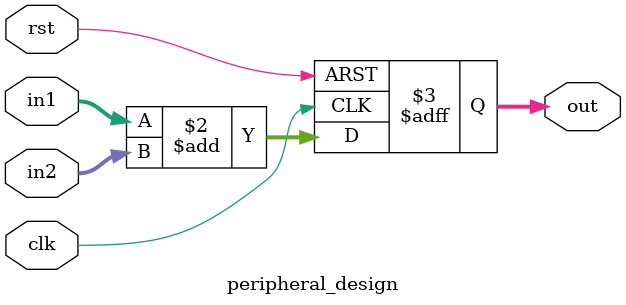
<source format=sv>

module peripheral_design (
  input clk,
  input rst,

  input [7:0] in1,
  input [7:0] in2,

  output reg [8:0] out
);

  always @(posedge clk or posedge rst) begin
    if (rst) begin
      out <= 0;
    end else begin
      out <= in1 + in2;
    end
  end
endmodule

</source>
